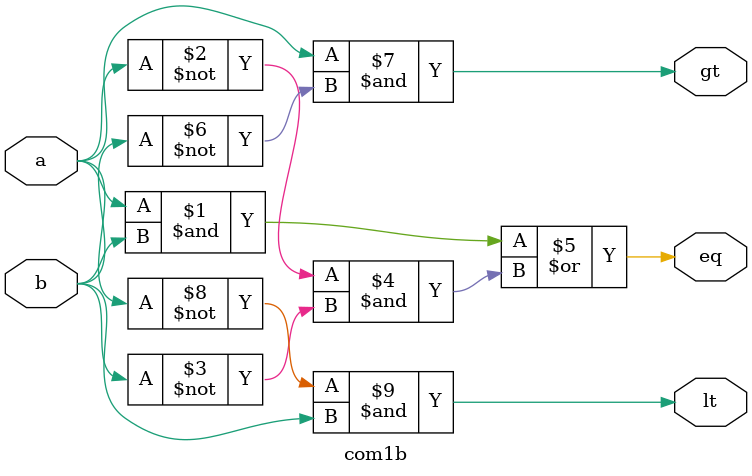
<source format=v>
             
module Comparator2Bit(input [1:0]a,b,output eq,gt,lt);
    wire eq0,gt0,lt0,gt1,lt1,eq1;
    com1b c1(.a(a[0]),.b(b[0]),.eq(eq0),.gt(gt0),.lt(lt0));
    com1b c2(.a(a[1]),.b(b[1]),.eq(eq1),.gt(gt1),.lt(lt1));
    assign eq = eq0 & eq1;
    assign gt = gt1|(eq1&gt0);
    assign lt = lt1|(eq1&lt0);
endmodule

module com1b(input a,b,output eq,gt,lt);
    assign eq =((a&b)|(~a&~b));
    assign gt = a & ~b;
    assign lt = ~a & b;
endmodule
</source>
